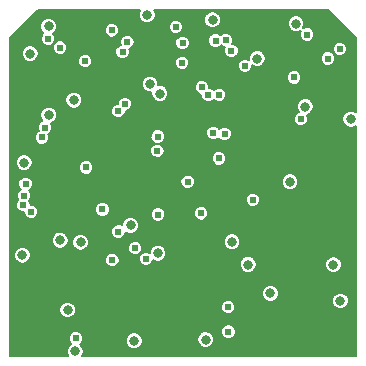
<source format=gbr>
G04 #@! TF.FileFunction,Copper,L2,Inr,Plane*
%FSLAX46Y46*%
G04 Gerber Fmt 4.6, Leading zero omitted, Abs format (unit mm)*
G04 Created by KiCad (PCBNEW (2014-12-04 BZR 5312)-product) date St 22. apríl 2015, 11:14:28 CEST*
%MOMM*%
G01*
G04 APERTURE LIST*
%ADD10C,0.100000*%
%ADD11C,0.609600*%
%ADD12C,0.812800*%
%ADD13C,0.406400*%
%ADD14C,0.203200*%
G04 APERTURE END LIST*
D10*
D11*
X235940600Y-70993000D03*
X214397910Y-67329277D03*
D12*
X220810004Y-67891530D03*
X234247571Y-69491206D03*
D11*
X226872800Y-66751200D03*
D12*
X238480600Y-67868800D03*
X230708200Y-65887600D03*
X218719400Y-71120000D03*
X216392202Y-77800220D03*
X224231200Y-83616800D03*
X225757212Y-73662012D03*
X217680398Y-88087200D03*
X220252495Y-89865197D03*
X219899602Y-87940000D03*
X212344000Y-92964000D03*
X224154379Y-78107739D03*
X212598000Y-72390000D03*
D11*
X229362000Y-78638400D03*
D12*
X237998000Y-89079202D03*
X234152591Y-93980000D03*
X238887000Y-93980000D03*
X233531517Y-87045810D03*
X232091463Y-84644463D03*
X226618800Y-93497400D03*
X238741150Y-76212684D03*
X240030000Y-81762600D03*
X212435440Y-87985600D03*
D11*
X224356779Y-77216019D03*
X232436801Y-81356140D03*
D12*
X217279602Y-72923400D03*
X222389700Y-93291660D03*
D11*
X239801400Y-68581798D03*
D12*
X215163400Y-74193400D03*
X222091472Y-83527693D03*
X224409000Y-85877400D03*
X236093000Y-66446400D03*
X229031800Y-66116200D03*
X223494600Y-65709800D03*
X215143581Y-66679617D03*
X213588600Y-68986400D03*
D11*
X229559133Y-77849866D03*
D12*
X235585000Y-79832200D03*
X240741200Y-74523600D03*
X236880400Y-73456800D03*
X232816400Y-69392800D03*
X230678520Y-84907920D03*
X223732442Y-71546691D03*
X213080600Y-78206600D03*
X212928190Y-86055200D03*
X217406220Y-94183200D03*
X216128600Y-84785200D03*
X216763600Y-90678000D03*
X224566499Y-72359501D03*
X232049309Y-86837509D03*
X239268000Y-86842600D03*
X233934000Y-89281000D03*
X228447600Y-93190060D03*
D11*
X218338400Y-78612970D03*
X230047005Y-75768887D03*
X229108000Y-75692000D03*
X214579200Y-76073000D03*
X221615000Y-73228200D03*
X224385512Y-75996779D03*
X214833200Y-75234800D03*
X221053921Y-73843259D03*
X226923600Y-79832200D03*
X224409000Y-82600800D03*
X217449400Y-93091000D03*
X220497400Y-67005200D03*
X225922612Y-66725800D03*
X226491800Y-68072000D03*
X231775000Y-70002400D03*
X226466400Y-69748380D03*
X230627598Y-68739826D03*
X237032800Y-67360800D03*
X228117400Y-71831200D03*
X228679372Y-72494634D03*
X229590600Y-72466200D03*
X236499400Y-74523600D03*
X221056200Y-84048600D03*
X238785400Y-69392800D03*
X230378000Y-92514422D03*
X230352600Y-90449400D03*
X228066600Y-82499200D03*
X219710000Y-82169010D03*
X213672599Y-82376910D03*
X213013062Y-81811739D03*
X213054418Y-80999990D03*
X213200067Y-79992208D03*
X216121771Y-68471571D03*
X221411800Y-68808600D03*
X221818200Y-67995800D03*
X218236770Y-69621400D03*
X223393000Y-86360000D03*
D12*
X217855796Y-84949906D03*
D11*
X222478600Y-85445600D03*
X220548200Y-86461600D03*
D12*
X239852200Y-89916000D03*
D11*
X215112600Y-67716400D03*
X229285800Y-67868800D03*
X230139792Y-67835504D03*
D13*
X212598000Y-72390000D02*
X212852000Y-72136000D01*
X240030000Y-80264000D02*
X240030000Y-81762600D01*
D14*
G36*
X241166166Y-67677929D02*
X241165585Y-73942060D01*
X241144588Y-73921026D01*
X240883287Y-73812524D01*
X240600354Y-73812277D01*
X240411106Y-73890473D01*
X240411106Y-68461073D01*
X240318495Y-68236938D01*
X240147162Y-68065305D01*
X239923189Y-67972304D01*
X239680675Y-67972092D01*
X239456540Y-68064703D01*
X239284907Y-68236036D01*
X239191906Y-68460009D01*
X239191694Y-68702523D01*
X239284305Y-68926658D01*
X239455638Y-69098291D01*
X239679611Y-69191292D01*
X239922125Y-69191504D01*
X240146260Y-69098893D01*
X240317893Y-68927560D01*
X240410894Y-68703587D01*
X240411106Y-68461073D01*
X240411106Y-73890473D01*
X240338864Y-73920323D01*
X240138626Y-74120212D01*
X240030124Y-74381513D01*
X240029877Y-74664446D01*
X240137923Y-74925936D01*
X240337812Y-75126174D01*
X240599113Y-75234676D01*
X240882046Y-75234923D01*
X241143536Y-75126877D01*
X241165478Y-75104973D01*
X241163673Y-94585200D01*
X240563523Y-94585200D01*
X240563523Y-89775154D01*
X240455477Y-89513664D01*
X240255588Y-89313426D01*
X239994287Y-89204924D01*
X239979323Y-89204910D01*
X239979323Y-86701754D01*
X239871277Y-86440264D01*
X239671388Y-86240026D01*
X239410087Y-86131524D01*
X239395106Y-86131510D01*
X239395106Y-69272075D01*
X239302495Y-69047940D01*
X239131162Y-68876307D01*
X238907189Y-68783306D01*
X238664675Y-68783094D01*
X238440540Y-68875705D01*
X238268907Y-69047038D01*
X238175906Y-69271011D01*
X238175694Y-69513525D01*
X238268305Y-69737660D01*
X238439638Y-69909293D01*
X238663611Y-70002294D01*
X238906125Y-70002506D01*
X239130260Y-69909895D01*
X239301893Y-69738562D01*
X239394894Y-69514589D01*
X239395106Y-69272075D01*
X239395106Y-86131510D01*
X239127154Y-86131277D01*
X238865664Y-86239323D01*
X238665426Y-86439212D01*
X238556924Y-86700513D01*
X238556677Y-86983446D01*
X238664723Y-87244936D01*
X238864612Y-87445174D01*
X239125913Y-87553676D01*
X239408846Y-87553923D01*
X239670336Y-87445877D01*
X239870574Y-87245988D01*
X239979076Y-86984687D01*
X239979323Y-86701754D01*
X239979323Y-89204910D01*
X239711354Y-89204677D01*
X239449864Y-89312723D01*
X239249626Y-89512612D01*
X239141124Y-89773913D01*
X239140877Y-90056846D01*
X239248923Y-90318336D01*
X239448812Y-90518574D01*
X239710113Y-90627076D01*
X239993046Y-90627323D01*
X240254536Y-90519277D01*
X240454774Y-90319388D01*
X240563276Y-90058087D01*
X240563523Y-89775154D01*
X240563523Y-94585200D01*
X237642506Y-94585200D01*
X237642506Y-67240075D01*
X237549895Y-67015940D01*
X237378562Y-66844307D01*
X237154589Y-66751306D01*
X236912075Y-66751094D01*
X236700204Y-66838637D01*
X236804076Y-66588487D01*
X236804323Y-66305554D01*
X236696277Y-66044064D01*
X236496388Y-65843826D01*
X236235087Y-65735324D01*
X235952154Y-65735077D01*
X235690664Y-65843123D01*
X235490426Y-66043012D01*
X235381924Y-66304313D01*
X235381677Y-66587246D01*
X235489723Y-66848736D01*
X235689612Y-67048974D01*
X235950913Y-67157476D01*
X236233846Y-67157723D01*
X236495336Y-67049677D01*
X236506587Y-67038444D01*
X236423306Y-67239011D01*
X236423094Y-67481525D01*
X236515705Y-67705660D01*
X236687038Y-67877293D01*
X236911011Y-67970294D01*
X237153525Y-67970506D01*
X237377660Y-67877895D01*
X237549293Y-67706562D01*
X237642294Y-67482589D01*
X237642506Y-67240075D01*
X237642506Y-94585200D01*
X237591723Y-94585200D01*
X237591723Y-73315954D01*
X237483677Y-73054464D01*
X237283788Y-72854226D01*
X237022487Y-72745724D01*
X236739554Y-72745477D01*
X236550306Y-72823673D01*
X236550306Y-70872275D01*
X236457695Y-70648140D01*
X236286362Y-70476507D01*
X236062389Y-70383506D01*
X235819875Y-70383294D01*
X235595740Y-70475905D01*
X235424107Y-70647238D01*
X235331106Y-70871211D01*
X235330894Y-71113725D01*
X235423505Y-71337860D01*
X235594838Y-71509493D01*
X235818811Y-71602494D01*
X236061325Y-71602706D01*
X236285460Y-71510095D01*
X236457093Y-71338762D01*
X236550094Y-71114789D01*
X236550306Y-70872275D01*
X236550306Y-72823673D01*
X236478064Y-72853523D01*
X236277826Y-73053412D01*
X236169324Y-73314713D01*
X236169077Y-73597646D01*
X236277123Y-73859136D01*
X236345478Y-73927610D01*
X236154540Y-74006505D01*
X235982907Y-74177838D01*
X235889906Y-74401811D01*
X235889694Y-74644325D01*
X235982305Y-74868460D01*
X236153638Y-75040093D01*
X236377611Y-75133094D01*
X236620125Y-75133306D01*
X236844260Y-75040695D01*
X237015893Y-74869362D01*
X237108894Y-74645389D01*
X237109106Y-74402875D01*
X237016495Y-74178740D01*
X237005883Y-74168109D01*
X237021246Y-74168123D01*
X237282736Y-74060077D01*
X237482974Y-73860188D01*
X237591476Y-73598887D01*
X237591723Y-73315954D01*
X237591723Y-94585200D01*
X236296323Y-94585200D01*
X236296323Y-79691354D01*
X236188277Y-79429864D01*
X235988388Y-79229626D01*
X235727087Y-79121124D01*
X235444154Y-79120877D01*
X235182664Y-79228923D01*
X234982426Y-79428812D01*
X234873924Y-79690113D01*
X234873677Y-79973046D01*
X234981723Y-80234536D01*
X235181612Y-80434774D01*
X235442913Y-80543276D01*
X235725846Y-80543523D01*
X235987336Y-80435477D01*
X236187574Y-80235588D01*
X236296076Y-79974287D01*
X236296323Y-79691354D01*
X236296323Y-94585200D01*
X234645323Y-94585200D01*
X234645323Y-89140154D01*
X234537277Y-88878664D01*
X234337388Y-88678426D01*
X234076087Y-88569924D01*
X233793154Y-88569677D01*
X233531664Y-88677723D01*
X233527723Y-88681657D01*
X233527723Y-69251954D01*
X233419677Y-68990464D01*
X233219788Y-68790226D01*
X232958487Y-68681724D01*
X232675554Y-68681477D01*
X232414064Y-68789523D01*
X232213826Y-68989412D01*
X232105324Y-69250713D01*
X232105124Y-69479413D01*
X231896789Y-69392906D01*
X231654275Y-69392694D01*
X231430140Y-69485305D01*
X231258507Y-69656638D01*
X231237304Y-69707700D01*
X231237304Y-68619101D01*
X231144693Y-68394966D01*
X230973360Y-68223333D01*
X230749387Y-68130332D01*
X230677460Y-68130269D01*
X230749286Y-67957293D01*
X230749498Y-67714779D01*
X230656887Y-67490644D01*
X230485554Y-67319011D01*
X230261581Y-67226010D01*
X230019067Y-67225798D01*
X229794932Y-67318409D01*
X229743123Y-67370127D01*
X229743123Y-65975354D01*
X229635077Y-65713864D01*
X229435188Y-65513626D01*
X229173887Y-65405124D01*
X228890954Y-65404877D01*
X228629464Y-65512923D01*
X228429226Y-65712812D01*
X228320724Y-65974113D01*
X228320477Y-66257046D01*
X228428523Y-66518536D01*
X228628412Y-66718774D01*
X228889713Y-66827276D01*
X229172646Y-66827523D01*
X229434136Y-66719477D01*
X229634374Y-66519588D01*
X229742876Y-66258287D01*
X229743123Y-65975354D01*
X229743123Y-67370127D01*
X229696155Y-67417013D01*
X229631562Y-67352307D01*
X229407589Y-67259306D01*
X229165075Y-67259094D01*
X228940940Y-67351705D01*
X228769307Y-67523038D01*
X228676306Y-67747011D01*
X228676094Y-67989525D01*
X228768705Y-68213660D01*
X228940038Y-68385293D01*
X229164011Y-68478294D01*
X229406525Y-68478506D01*
X229630660Y-68385895D01*
X229729436Y-68287290D01*
X229794030Y-68351997D01*
X230018003Y-68444998D01*
X230089929Y-68445060D01*
X230018104Y-68618037D01*
X230017892Y-68860551D01*
X230110503Y-69084686D01*
X230281836Y-69256319D01*
X230505809Y-69349320D01*
X230748323Y-69349532D01*
X230972458Y-69256921D01*
X231144091Y-69085588D01*
X231237092Y-68861615D01*
X231237304Y-68619101D01*
X231237304Y-69707700D01*
X231165506Y-69880611D01*
X231165294Y-70123125D01*
X231257905Y-70347260D01*
X231429238Y-70518893D01*
X231653211Y-70611894D01*
X231895725Y-70612106D01*
X232119860Y-70519495D01*
X232291493Y-70348162D01*
X232384494Y-70124189D01*
X232384631Y-69966943D01*
X232413012Y-69995374D01*
X232674313Y-70103876D01*
X232957246Y-70104123D01*
X233218736Y-69996077D01*
X233418974Y-69796188D01*
X233527476Y-69534887D01*
X233527723Y-69251954D01*
X233527723Y-88681657D01*
X233331426Y-88877612D01*
X233222924Y-89138913D01*
X233222677Y-89421846D01*
X233330723Y-89683336D01*
X233530612Y-89883574D01*
X233791913Y-89992076D01*
X234074846Y-89992323D01*
X234336336Y-89884277D01*
X234536574Y-89684388D01*
X234645076Y-89423087D01*
X234645323Y-89140154D01*
X234645323Y-94585200D01*
X233046507Y-94585200D01*
X233046507Y-81235415D01*
X232953896Y-81011280D01*
X232782563Y-80839647D01*
X232558590Y-80746646D01*
X232316076Y-80746434D01*
X232091941Y-80839045D01*
X231920308Y-81010378D01*
X231827307Y-81234351D01*
X231827095Y-81476865D01*
X231919706Y-81701000D01*
X232091039Y-81872633D01*
X232315012Y-81965634D01*
X232557526Y-81965846D01*
X232781661Y-81873235D01*
X232953294Y-81701902D01*
X233046295Y-81477929D01*
X233046507Y-81235415D01*
X233046507Y-94585200D01*
X232760632Y-94585200D01*
X232760632Y-86696663D01*
X232652586Y-86435173D01*
X232452697Y-86234935D01*
X232191396Y-86126433D01*
X231908463Y-86126186D01*
X231646973Y-86234232D01*
X231446735Y-86434121D01*
X231389843Y-86571131D01*
X231389843Y-84767074D01*
X231281797Y-84505584D01*
X231081908Y-84305346D01*
X230820607Y-84196844D01*
X230656711Y-84196700D01*
X230656711Y-75648162D01*
X230564100Y-75424027D01*
X230392767Y-75252394D01*
X230200306Y-75172477D01*
X230200306Y-72345475D01*
X230107695Y-72121340D01*
X229936362Y-71949707D01*
X229712389Y-71856706D01*
X229469875Y-71856494D01*
X229245740Y-71949105D01*
X229120726Y-72073900D01*
X229025134Y-71978141D01*
X228801161Y-71885140D01*
X228726953Y-71885075D01*
X228727106Y-71710475D01*
X228634495Y-71486340D01*
X228463162Y-71314707D01*
X228239189Y-71221706D01*
X227996675Y-71221494D01*
X227772540Y-71314105D01*
X227600907Y-71485438D01*
X227507906Y-71709411D01*
X227507694Y-71951925D01*
X227600305Y-72176060D01*
X227771638Y-72347693D01*
X227995611Y-72440694D01*
X228069818Y-72440758D01*
X228069666Y-72615359D01*
X228162277Y-72839494D01*
X228333610Y-73011127D01*
X228557583Y-73104128D01*
X228800097Y-73104340D01*
X229024232Y-73011729D01*
X229149245Y-72886933D01*
X229244838Y-72982693D01*
X229468811Y-73075694D01*
X229711325Y-73075906D01*
X229935460Y-72983295D01*
X230107093Y-72811962D01*
X230200094Y-72587989D01*
X230200306Y-72345475D01*
X230200306Y-75172477D01*
X230168794Y-75159393D01*
X229926280Y-75159181D01*
X229702145Y-75251792D01*
X229615878Y-75337907D01*
X229453762Y-75175507D01*
X229229789Y-75082506D01*
X228987275Y-75082294D01*
X228763140Y-75174905D01*
X228591507Y-75346238D01*
X228498506Y-75570211D01*
X228498294Y-75812725D01*
X228590905Y-76036860D01*
X228762238Y-76208493D01*
X228986211Y-76301494D01*
X229228725Y-76301706D01*
X229452860Y-76209095D01*
X229539126Y-76122979D01*
X229701243Y-76285380D01*
X229925216Y-76378381D01*
X230167730Y-76378593D01*
X230391865Y-76285982D01*
X230563498Y-76114649D01*
X230656499Y-75890676D01*
X230656711Y-75648162D01*
X230656711Y-84196700D01*
X230537674Y-84196597D01*
X230276184Y-84304643D01*
X230168839Y-84411800D01*
X230168839Y-77729141D01*
X230076228Y-77505006D01*
X229904895Y-77333373D01*
X229680922Y-77240372D01*
X229438408Y-77240160D01*
X229214273Y-77332771D01*
X229042640Y-77504104D01*
X228949639Y-77728077D01*
X228949427Y-77970591D01*
X229042038Y-78194726D01*
X229213371Y-78366359D01*
X229437344Y-78459360D01*
X229679858Y-78459572D01*
X229903993Y-78366961D01*
X230075626Y-78195628D01*
X230168627Y-77971655D01*
X230168839Y-77729141D01*
X230168839Y-84411800D01*
X230075946Y-84504532D01*
X229967444Y-84765833D01*
X229967197Y-85048766D01*
X230075243Y-85310256D01*
X230275132Y-85510494D01*
X230536433Y-85618996D01*
X230819366Y-85619243D01*
X231080856Y-85511197D01*
X231281094Y-85311308D01*
X231389596Y-85050007D01*
X231389843Y-84767074D01*
X231389843Y-86571131D01*
X231338233Y-86695422D01*
X231337986Y-86978355D01*
X231446032Y-87239845D01*
X231645921Y-87440083D01*
X231907222Y-87548585D01*
X232190155Y-87548832D01*
X232451645Y-87440786D01*
X232651883Y-87240897D01*
X232760385Y-86979596D01*
X232760632Y-86696663D01*
X232760632Y-94585200D01*
X230987706Y-94585200D01*
X230987706Y-92393697D01*
X230962306Y-92332224D01*
X230962306Y-90328675D01*
X230869695Y-90104540D01*
X230698362Y-89932907D01*
X230474389Y-89839906D01*
X230231875Y-89839694D01*
X230007740Y-89932305D01*
X229836107Y-90103638D01*
X229743106Y-90327611D01*
X229742894Y-90570125D01*
X229835505Y-90794260D01*
X230006838Y-90965893D01*
X230230811Y-91058894D01*
X230473325Y-91059106D01*
X230697460Y-90966495D01*
X230869093Y-90795162D01*
X230962094Y-90571189D01*
X230962306Y-90328675D01*
X230962306Y-92332224D01*
X230895095Y-92169562D01*
X230723762Y-91997929D01*
X230499789Y-91904928D01*
X230257275Y-91904716D01*
X230033140Y-91997327D01*
X229861507Y-92168660D01*
X229768506Y-92392633D01*
X229768294Y-92635147D01*
X229860905Y-92859282D01*
X230032238Y-93030915D01*
X230256211Y-93123916D01*
X230498725Y-93124128D01*
X230722860Y-93031517D01*
X230894493Y-92860184D01*
X230987494Y-92636211D01*
X230987706Y-92393697D01*
X230987706Y-94585200D01*
X229158923Y-94585200D01*
X229158923Y-93049214D01*
X229050877Y-92787724D01*
X228850988Y-92587486D01*
X228676306Y-92514951D01*
X228676306Y-82378475D01*
X228583695Y-82154340D01*
X228412362Y-81982707D01*
X228188389Y-81889706D01*
X227945875Y-81889494D01*
X227721740Y-81982105D01*
X227550107Y-82153438D01*
X227533306Y-82193899D01*
X227533306Y-79711475D01*
X227440695Y-79487340D01*
X227269362Y-79315707D01*
X227101506Y-79246007D01*
X227101506Y-67951275D01*
X227008895Y-67727140D01*
X226837562Y-67555507D01*
X226613589Y-67462506D01*
X226532318Y-67462434D01*
X226532318Y-66605075D01*
X226439707Y-66380940D01*
X226268374Y-66209307D01*
X226044401Y-66116306D01*
X225801887Y-66116094D01*
X225577752Y-66208705D01*
X225406119Y-66380038D01*
X225313118Y-66604011D01*
X225312906Y-66846525D01*
X225405517Y-67070660D01*
X225576850Y-67242293D01*
X225800823Y-67335294D01*
X226043337Y-67335506D01*
X226267472Y-67242895D01*
X226439105Y-67071562D01*
X226532106Y-66847589D01*
X226532318Y-66605075D01*
X226532318Y-67462434D01*
X226371075Y-67462294D01*
X226146940Y-67554905D01*
X225975307Y-67726238D01*
X225882306Y-67950211D01*
X225882094Y-68192725D01*
X225974705Y-68416860D01*
X226146038Y-68588493D01*
X226370011Y-68681494D01*
X226612525Y-68681706D01*
X226836660Y-68589095D01*
X227008293Y-68417762D01*
X227101294Y-68193789D01*
X227101506Y-67951275D01*
X227101506Y-79246007D01*
X227076106Y-79235460D01*
X227076106Y-69627655D01*
X226983495Y-69403520D01*
X226812162Y-69231887D01*
X226588189Y-69138886D01*
X226345675Y-69138674D01*
X226121540Y-69231285D01*
X225949907Y-69402618D01*
X225856906Y-69626591D01*
X225856694Y-69869105D01*
X225949305Y-70093240D01*
X226120638Y-70264873D01*
X226344611Y-70357874D01*
X226587125Y-70358086D01*
X226811260Y-70265475D01*
X226982893Y-70094142D01*
X227075894Y-69870169D01*
X227076106Y-69627655D01*
X227076106Y-79235460D01*
X227045389Y-79222706D01*
X226802875Y-79222494D01*
X226578740Y-79315105D01*
X226407107Y-79486438D01*
X226314106Y-79710411D01*
X226313894Y-79952925D01*
X226406505Y-80177060D01*
X226577838Y-80348693D01*
X226801811Y-80441694D01*
X227044325Y-80441906D01*
X227268460Y-80349295D01*
X227440093Y-80177962D01*
X227533094Y-79953989D01*
X227533306Y-79711475D01*
X227533306Y-82193899D01*
X227457106Y-82377411D01*
X227456894Y-82619925D01*
X227549505Y-82844060D01*
X227720838Y-83015693D01*
X227944811Y-83108694D01*
X228187325Y-83108906D01*
X228411460Y-83016295D01*
X228583093Y-82844962D01*
X228676094Y-82620989D01*
X228676306Y-82378475D01*
X228676306Y-92514951D01*
X228589687Y-92478984D01*
X228306754Y-92478737D01*
X228045264Y-92586783D01*
X227845026Y-92786672D01*
X227736524Y-93047973D01*
X227736277Y-93330906D01*
X227844323Y-93592396D01*
X228044212Y-93792634D01*
X228305513Y-93901136D01*
X228588446Y-93901383D01*
X228849936Y-93793337D01*
X229050174Y-93593448D01*
X229158676Y-93332147D01*
X229158923Y-93049214D01*
X229158923Y-94585200D01*
X225277822Y-94585200D01*
X225277822Y-72218655D01*
X225169776Y-71957165D01*
X224969887Y-71756927D01*
X224708586Y-71648425D01*
X224443553Y-71648193D01*
X224443765Y-71405845D01*
X224335719Y-71144355D01*
X224135830Y-70944117D01*
X223874529Y-70835615D01*
X223591596Y-70835368D01*
X223330106Y-70943414D01*
X223129868Y-71143303D01*
X223021366Y-71404604D01*
X223021119Y-71687537D01*
X223129165Y-71949027D01*
X223329054Y-72149265D01*
X223590355Y-72257767D01*
X223855387Y-72257998D01*
X223855176Y-72500347D01*
X223963222Y-72761837D01*
X224163111Y-72962075D01*
X224424412Y-73070577D01*
X224707345Y-73070824D01*
X224968835Y-72962778D01*
X225169073Y-72762889D01*
X225277575Y-72501588D01*
X225277822Y-72218655D01*
X225277822Y-94585200D01*
X225120323Y-94585200D01*
X225120323Y-85736554D01*
X225018706Y-85490623D01*
X225018706Y-82480075D01*
X224995218Y-82423229D01*
X224995218Y-75876054D01*
X224902607Y-75651919D01*
X224731274Y-75480286D01*
X224507301Y-75387285D01*
X224264787Y-75387073D01*
X224040652Y-75479684D01*
X223869019Y-75651017D01*
X223776018Y-75874990D01*
X223775806Y-76117504D01*
X223868417Y-76341639D01*
X224039750Y-76513272D01*
X224263723Y-76606273D01*
X224506237Y-76606485D01*
X224730372Y-76513874D01*
X224902005Y-76342541D01*
X224995006Y-76118568D01*
X224995218Y-75876054D01*
X224995218Y-82423229D01*
X224966485Y-82353690D01*
X224966485Y-77095294D01*
X224873874Y-76871159D01*
X224702541Y-76699526D01*
X224478568Y-76606525D01*
X224236054Y-76606313D01*
X224011919Y-76698924D01*
X223840286Y-76870257D01*
X223747285Y-77094230D01*
X223747073Y-77336744D01*
X223839684Y-77560879D01*
X224011017Y-77732512D01*
X224234990Y-77825513D01*
X224477504Y-77825725D01*
X224701639Y-77733114D01*
X224873272Y-77561781D01*
X224966273Y-77337808D01*
X224966485Y-77095294D01*
X224966485Y-82353690D01*
X224926095Y-82255940D01*
X224754762Y-82084307D01*
X224530789Y-81991306D01*
X224288275Y-81991094D01*
X224064140Y-82083705D01*
X223892507Y-82255038D01*
X223799506Y-82479011D01*
X223799294Y-82721525D01*
X223891905Y-82945660D01*
X224063238Y-83117293D01*
X224287211Y-83210294D01*
X224529725Y-83210506D01*
X224753860Y-83117895D01*
X224925493Y-82946562D01*
X225018494Y-82722589D01*
X225018706Y-82480075D01*
X225018706Y-85490623D01*
X225012277Y-85475064D01*
X224812388Y-85274826D01*
X224551087Y-85166324D01*
X224268154Y-85166077D01*
X224006664Y-85274123D01*
X223806426Y-85474012D01*
X223697924Y-85735313D01*
X223697844Y-85826516D01*
X223514789Y-85750506D01*
X223272275Y-85750294D01*
X223088306Y-85826308D01*
X223088306Y-85324875D01*
X222995695Y-85100740D01*
X222824362Y-84929107D01*
X222802795Y-84920151D01*
X222802795Y-83386847D01*
X222694749Y-83125357D01*
X222494860Y-82925119D01*
X222427906Y-82897317D01*
X222427906Y-67875075D01*
X222335295Y-67650940D01*
X222163962Y-67479307D01*
X221939989Y-67386306D01*
X221697475Y-67386094D01*
X221473340Y-67478705D01*
X221301707Y-67650038D01*
X221208706Y-67874011D01*
X221208494Y-68116525D01*
X221249607Y-68216027D01*
X221107106Y-68274908D01*
X221107106Y-66884475D01*
X221014495Y-66660340D01*
X220843162Y-66488707D01*
X220619189Y-66395706D01*
X220376675Y-66395494D01*
X220152540Y-66488105D01*
X219980907Y-66659438D01*
X219887906Y-66883411D01*
X219887694Y-67125925D01*
X219980305Y-67350060D01*
X220151638Y-67521693D01*
X220375611Y-67614694D01*
X220618125Y-67614906D01*
X220842260Y-67522295D01*
X221013893Y-67350962D01*
X221106894Y-67126989D01*
X221107106Y-66884475D01*
X221107106Y-68274908D01*
X221066940Y-68291505D01*
X220895307Y-68462838D01*
X220802306Y-68686811D01*
X220802094Y-68929325D01*
X220894705Y-69153460D01*
X221066038Y-69325093D01*
X221290011Y-69418094D01*
X221532525Y-69418306D01*
X221756660Y-69325695D01*
X221928293Y-69154362D01*
X222021294Y-68930389D01*
X222021506Y-68687875D01*
X221980392Y-68588372D01*
X222163060Y-68512895D01*
X222334693Y-68341562D01*
X222427694Y-68117589D01*
X222427906Y-67875075D01*
X222427906Y-82897317D01*
X222233559Y-82816617D01*
X222224706Y-82816609D01*
X222224706Y-73107475D01*
X222132095Y-72883340D01*
X221960762Y-72711707D01*
X221736789Y-72618706D01*
X221494275Y-72618494D01*
X221270140Y-72711105D01*
X221098507Y-72882438D01*
X221005506Y-73106411D01*
X221005394Y-73233616D01*
X220933196Y-73233553D01*
X220709061Y-73326164D01*
X220537428Y-73497497D01*
X220444427Y-73721470D01*
X220444215Y-73963984D01*
X220536826Y-74188119D01*
X220708159Y-74359752D01*
X220932132Y-74452753D01*
X221174646Y-74452965D01*
X221398781Y-74360354D01*
X221570414Y-74189021D01*
X221663415Y-73965048D01*
X221663526Y-73837842D01*
X221735725Y-73837906D01*
X221959860Y-73745295D01*
X222131493Y-73573962D01*
X222224494Y-73349989D01*
X222224706Y-73107475D01*
X222224706Y-82816609D01*
X221950626Y-82816370D01*
X221689136Y-82924416D01*
X221488898Y-83124305D01*
X221380396Y-83385606D01*
X221380275Y-83523102D01*
X221177989Y-83439106D01*
X220935475Y-83438894D01*
X220711340Y-83531505D01*
X220539707Y-83702838D01*
X220446706Y-83926811D01*
X220446494Y-84169325D01*
X220539105Y-84393460D01*
X220710438Y-84565093D01*
X220934411Y-84658094D01*
X221176925Y-84658306D01*
X221401060Y-84565695D01*
X221572693Y-84394362D01*
X221665694Y-84170389D01*
X221665748Y-84107892D01*
X221688084Y-84130267D01*
X221949385Y-84238769D01*
X222232318Y-84239016D01*
X222493808Y-84130970D01*
X222694046Y-83931081D01*
X222802548Y-83669780D01*
X222802795Y-83386847D01*
X222802795Y-84920151D01*
X222600389Y-84836106D01*
X222357875Y-84835894D01*
X222133740Y-84928505D01*
X221962107Y-85099838D01*
X221869106Y-85323811D01*
X221868894Y-85566325D01*
X221961505Y-85790460D01*
X222132838Y-85962093D01*
X222356811Y-86055094D01*
X222599325Y-86055306D01*
X222823460Y-85962695D01*
X222995093Y-85791362D01*
X223088094Y-85567389D01*
X223088306Y-85324875D01*
X223088306Y-85826308D01*
X223048140Y-85842905D01*
X222876507Y-86014238D01*
X222783506Y-86238211D01*
X222783294Y-86480725D01*
X222875905Y-86704860D01*
X223047238Y-86876493D01*
X223271211Y-86969494D01*
X223513725Y-86969706D01*
X223737860Y-86877095D01*
X223909493Y-86705762D01*
X224002494Y-86481789D01*
X224002498Y-86476854D01*
X224005612Y-86479974D01*
X224266913Y-86588476D01*
X224549846Y-86588723D01*
X224811336Y-86480677D01*
X225011574Y-86280788D01*
X225120076Y-86019487D01*
X225120323Y-85736554D01*
X225120323Y-94585200D01*
X223101023Y-94585200D01*
X223101023Y-93150814D01*
X222992977Y-92889324D01*
X222793088Y-92689086D01*
X222531787Y-92580584D01*
X222248854Y-92580337D01*
X221987364Y-92688383D01*
X221787126Y-92888272D01*
X221678624Y-93149573D01*
X221678377Y-93432506D01*
X221786423Y-93693996D01*
X221986312Y-93894234D01*
X222247613Y-94002736D01*
X222530546Y-94002983D01*
X222792036Y-93894937D01*
X222992274Y-93695048D01*
X223100776Y-93433747D01*
X223101023Y-93150814D01*
X223101023Y-94585200D01*
X221157906Y-94585200D01*
X221157906Y-86340875D01*
X221065295Y-86116740D01*
X220893962Y-85945107D01*
X220669989Y-85852106D01*
X220427475Y-85851894D01*
X220319706Y-85896423D01*
X220319706Y-82048285D01*
X220227095Y-81824150D01*
X220055762Y-81652517D01*
X219831789Y-81559516D01*
X219589275Y-81559304D01*
X219365140Y-81651915D01*
X219193507Y-81823248D01*
X219100506Y-82047221D01*
X219100294Y-82289735D01*
X219192905Y-82513870D01*
X219364238Y-82685503D01*
X219588211Y-82778504D01*
X219830725Y-82778716D01*
X220054860Y-82686105D01*
X220226493Y-82514772D01*
X220319494Y-82290799D01*
X220319706Y-82048285D01*
X220319706Y-85896423D01*
X220203340Y-85944505D01*
X220031707Y-86115838D01*
X219938706Y-86339811D01*
X219938494Y-86582325D01*
X220031105Y-86806460D01*
X220202438Y-86978093D01*
X220426411Y-87071094D01*
X220668925Y-87071306D01*
X220893060Y-86978695D01*
X221064693Y-86807362D01*
X221157694Y-86583389D01*
X221157906Y-86340875D01*
X221157906Y-94585200D01*
X218948106Y-94585200D01*
X218948106Y-78492245D01*
X218855495Y-78268110D01*
X218846476Y-78259075D01*
X218846476Y-69500675D01*
X218753865Y-69276540D01*
X218582532Y-69104907D01*
X218358559Y-69011906D01*
X218116045Y-69011694D01*
X217891910Y-69104305D01*
X217720277Y-69275638D01*
X217627276Y-69499611D01*
X217627064Y-69742125D01*
X217719675Y-69966260D01*
X217891008Y-70137893D01*
X218114981Y-70230894D01*
X218357495Y-70231106D01*
X218581630Y-70138495D01*
X218753263Y-69967162D01*
X218846264Y-69743189D01*
X218846476Y-69500675D01*
X218846476Y-78259075D01*
X218684162Y-78096477D01*
X218460189Y-78003476D01*
X218217675Y-78003264D01*
X217993540Y-78095875D01*
X217990925Y-78098485D01*
X217990925Y-72782554D01*
X217882879Y-72521064D01*
X217682990Y-72320826D01*
X217421689Y-72212324D01*
X217138756Y-72212077D01*
X216877266Y-72320123D01*
X216731477Y-72465657D01*
X216731477Y-68350846D01*
X216638866Y-68126711D01*
X216467533Y-67955078D01*
X216243560Y-67862077D01*
X216001046Y-67861865D01*
X215854904Y-67922249D01*
X215854904Y-66538771D01*
X215746858Y-66277281D01*
X215546969Y-66077043D01*
X215285668Y-65968541D01*
X215002735Y-65968294D01*
X214741245Y-66076340D01*
X214541007Y-66276229D01*
X214432505Y-66537530D01*
X214432258Y-66820463D01*
X214540304Y-67081953D01*
X214712499Y-67254449D01*
X214596107Y-67370638D01*
X214503106Y-67594611D01*
X214502894Y-67837125D01*
X214595505Y-68061260D01*
X214766838Y-68232893D01*
X214990811Y-68325894D01*
X215233325Y-68326106D01*
X215457460Y-68233495D01*
X215629093Y-68062162D01*
X215722094Y-67838189D01*
X215722306Y-67595675D01*
X215629695Y-67371540D01*
X215542580Y-67284272D01*
X215545917Y-67282894D01*
X215746155Y-67083005D01*
X215854657Y-66821704D01*
X215854904Y-66538771D01*
X215854904Y-67922249D01*
X215776911Y-67954476D01*
X215605278Y-68125809D01*
X215512277Y-68349782D01*
X215512065Y-68592296D01*
X215604676Y-68816431D01*
X215776009Y-68988064D01*
X215999982Y-69081065D01*
X216242496Y-69081277D01*
X216466631Y-68988666D01*
X216638264Y-68817333D01*
X216731265Y-68593360D01*
X216731477Y-68350846D01*
X216731477Y-72465657D01*
X216677028Y-72520012D01*
X216568526Y-72781313D01*
X216568279Y-73064246D01*
X216676325Y-73325736D01*
X216876214Y-73525974D01*
X217137515Y-73634476D01*
X217420448Y-73634723D01*
X217681938Y-73526677D01*
X217882176Y-73326788D01*
X217990678Y-73065487D01*
X217990925Y-72782554D01*
X217990925Y-78098485D01*
X217821907Y-78267208D01*
X217728906Y-78491181D01*
X217728694Y-78733695D01*
X217821305Y-78957830D01*
X217992638Y-79129463D01*
X218216611Y-79222464D01*
X218459125Y-79222676D01*
X218683260Y-79130065D01*
X218854893Y-78958732D01*
X218947894Y-78734759D01*
X218948106Y-78492245D01*
X218948106Y-94585200D01*
X218567119Y-94585200D01*
X218567119Y-84809060D01*
X218459073Y-84547570D01*
X218259184Y-84347332D01*
X217997883Y-84238830D01*
X217714950Y-84238583D01*
X217453460Y-84346629D01*
X217253222Y-84546518D01*
X217144720Y-84807819D01*
X217144473Y-85090752D01*
X217252519Y-85352242D01*
X217452408Y-85552480D01*
X217713709Y-85660982D01*
X217996642Y-85661229D01*
X218258132Y-85553183D01*
X218458370Y-85353294D01*
X218566872Y-85091993D01*
X218567119Y-84809060D01*
X218567119Y-94585200D01*
X218009370Y-94585200D01*
X218117296Y-94325287D01*
X218117543Y-94042354D01*
X218009497Y-93780864D01*
X217815681Y-93586710D01*
X217965893Y-93436762D01*
X218058894Y-93212789D01*
X218059106Y-92970275D01*
X217966495Y-92746140D01*
X217795162Y-92574507D01*
X217571189Y-92481506D01*
X217474923Y-92481421D01*
X217474923Y-90537154D01*
X217366877Y-90275664D01*
X217166988Y-90075426D01*
X216905687Y-89966924D01*
X216839923Y-89966866D01*
X216839923Y-84644354D01*
X216731877Y-84382864D01*
X216531988Y-84182626D01*
X216270687Y-84074124D01*
X215987754Y-84073877D01*
X215874723Y-84120580D01*
X215874723Y-74052554D01*
X215766677Y-73791064D01*
X215566788Y-73590826D01*
X215305487Y-73482324D01*
X215022554Y-73482077D01*
X214761064Y-73590123D01*
X214560826Y-73790012D01*
X214452324Y-74051313D01*
X214452077Y-74334246D01*
X214560123Y-74595736D01*
X214625361Y-74661088D01*
X214488340Y-74717705D01*
X214316707Y-74889038D01*
X214299923Y-74929458D01*
X214299923Y-68845554D01*
X214191877Y-68584064D01*
X213991988Y-68383826D01*
X213730687Y-68275324D01*
X213447754Y-68275077D01*
X213186264Y-68383123D01*
X212986026Y-68583012D01*
X212877524Y-68844313D01*
X212877277Y-69127246D01*
X212985323Y-69388736D01*
X213185212Y-69588974D01*
X213446513Y-69697476D01*
X213729446Y-69697723D01*
X213990936Y-69589677D01*
X214191174Y-69389788D01*
X214299676Y-69128487D01*
X214299923Y-68845554D01*
X214299923Y-74929458D01*
X214223706Y-75113011D01*
X214223494Y-75355525D01*
X214295797Y-75530511D01*
X214234340Y-75555905D01*
X214062707Y-75727238D01*
X213969706Y-75951211D01*
X213969494Y-76193725D01*
X214062105Y-76417860D01*
X214233438Y-76589493D01*
X214457411Y-76682494D01*
X214699925Y-76682706D01*
X214924060Y-76590095D01*
X215095693Y-76418762D01*
X215188694Y-76194789D01*
X215188906Y-75952275D01*
X215116602Y-75777288D01*
X215178060Y-75751895D01*
X215349693Y-75580562D01*
X215442694Y-75356589D01*
X215442906Y-75114075D01*
X215350295Y-74889940D01*
X215347295Y-74886935D01*
X215565736Y-74796677D01*
X215765974Y-74596788D01*
X215874476Y-74335487D01*
X215874723Y-74052554D01*
X215874723Y-84120580D01*
X215726264Y-84181923D01*
X215526026Y-84381812D01*
X215417524Y-84643113D01*
X215417277Y-84926046D01*
X215525323Y-85187536D01*
X215725212Y-85387774D01*
X215986513Y-85496276D01*
X216269446Y-85496523D01*
X216530936Y-85388477D01*
X216731174Y-85188588D01*
X216839676Y-84927287D01*
X216839923Y-84644354D01*
X216839923Y-89966866D01*
X216622754Y-89966677D01*
X216361264Y-90074723D01*
X216161026Y-90274612D01*
X216052524Y-90535913D01*
X216052277Y-90818846D01*
X216160323Y-91080336D01*
X216360212Y-91280574D01*
X216621513Y-91389076D01*
X216904446Y-91389323D01*
X217165936Y-91281277D01*
X217366174Y-91081388D01*
X217474676Y-90820087D01*
X217474923Y-90537154D01*
X217474923Y-92481421D01*
X217328675Y-92481294D01*
X217104540Y-92573905D01*
X216932907Y-92745238D01*
X216839906Y-92969211D01*
X216839694Y-93211725D01*
X216932305Y-93435860D01*
X217055022Y-93558792D01*
X217003884Y-93579923D01*
X216803646Y-93779812D01*
X216695144Y-94041113D01*
X216694897Y-94324046D01*
X216802804Y-94585200D01*
X214282305Y-94585200D01*
X214282305Y-82256185D01*
X214189694Y-82032050D01*
X214018361Y-81860417D01*
X213794388Y-81767416D01*
X213622701Y-81767265D01*
X213622768Y-81691014D01*
X213530157Y-81466879D01*
X213489934Y-81426586D01*
X213570911Y-81345752D01*
X213663912Y-81121779D01*
X213664124Y-80879265D01*
X213571513Y-80655130D01*
X213460687Y-80544110D01*
X213544927Y-80509303D01*
X213716560Y-80337970D01*
X213809561Y-80113997D01*
X213809773Y-79871483D01*
X213791923Y-79828282D01*
X213791923Y-78065754D01*
X213683877Y-77804264D01*
X213483988Y-77604026D01*
X213222687Y-77495524D01*
X212939754Y-77495277D01*
X212678264Y-77603323D01*
X212478026Y-77803212D01*
X212369524Y-78064513D01*
X212369277Y-78347446D01*
X212477323Y-78608936D01*
X212677212Y-78809174D01*
X212938513Y-78917676D01*
X213221446Y-78917923D01*
X213482936Y-78809877D01*
X213683174Y-78609988D01*
X213791676Y-78348687D01*
X213791923Y-78065754D01*
X213791923Y-79828282D01*
X213717162Y-79647348D01*
X213545829Y-79475715D01*
X213321856Y-79382714D01*
X213079342Y-79382502D01*
X212855207Y-79475113D01*
X212683574Y-79646446D01*
X212590573Y-79870419D01*
X212590361Y-80112933D01*
X212682972Y-80337068D01*
X212793797Y-80448087D01*
X212709558Y-80482895D01*
X212537925Y-80654228D01*
X212444924Y-80878201D01*
X212444712Y-81120715D01*
X212537323Y-81344850D01*
X212577545Y-81385142D01*
X212496569Y-81465977D01*
X212403568Y-81689950D01*
X212403356Y-81932464D01*
X212495967Y-82156599D01*
X212667300Y-82328232D01*
X212891273Y-82421233D01*
X213062959Y-82421383D01*
X213062893Y-82497635D01*
X213155504Y-82721770D01*
X213326837Y-82893403D01*
X213550810Y-82986404D01*
X213793324Y-82986616D01*
X214017459Y-82894005D01*
X214189092Y-82722672D01*
X214282093Y-82498699D01*
X214282305Y-82256185D01*
X214282305Y-94585200D01*
X213639513Y-94585200D01*
X213639513Y-85914354D01*
X213531467Y-85652864D01*
X213331578Y-85452626D01*
X213070277Y-85344124D01*
X212787344Y-85343877D01*
X212525854Y-85451923D01*
X212325616Y-85651812D01*
X212217114Y-85913113D01*
X212216867Y-86196046D01*
X212324913Y-86457536D01*
X212524802Y-86657774D01*
X212786103Y-86766276D01*
X213069036Y-86766523D01*
X213330526Y-86658477D01*
X213530764Y-86458588D01*
X213639266Y-86197287D01*
X213639513Y-85914354D01*
X213639513Y-94585200D01*
X211875807Y-94585200D01*
X211873315Y-67672846D01*
X214253705Y-65292457D01*
X222905120Y-65293340D01*
X222892026Y-65306412D01*
X222783524Y-65567713D01*
X222783277Y-65850646D01*
X222891323Y-66112136D01*
X223091212Y-66312374D01*
X223352513Y-66420876D01*
X223635446Y-66421123D01*
X223896936Y-66313077D01*
X224097174Y-66113188D01*
X224205676Y-65851887D01*
X224205923Y-65568954D01*
X224097877Y-65307464D01*
X224083898Y-65293460D01*
X238783199Y-65294961D01*
X241166166Y-67677929D01*
X241166166Y-67677929D01*
G37*
X241166166Y-67677929D02*
X241165585Y-73942060D01*
X241144588Y-73921026D01*
X240883287Y-73812524D01*
X240600354Y-73812277D01*
X240411106Y-73890473D01*
X240411106Y-68461073D01*
X240318495Y-68236938D01*
X240147162Y-68065305D01*
X239923189Y-67972304D01*
X239680675Y-67972092D01*
X239456540Y-68064703D01*
X239284907Y-68236036D01*
X239191906Y-68460009D01*
X239191694Y-68702523D01*
X239284305Y-68926658D01*
X239455638Y-69098291D01*
X239679611Y-69191292D01*
X239922125Y-69191504D01*
X240146260Y-69098893D01*
X240317893Y-68927560D01*
X240410894Y-68703587D01*
X240411106Y-68461073D01*
X240411106Y-73890473D01*
X240338864Y-73920323D01*
X240138626Y-74120212D01*
X240030124Y-74381513D01*
X240029877Y-74664446D01*
X240137923Y-74925936D01*
X240337812Y-75126174D01*
X240599113Y-75234676D01*
X240882046Y-75234923D01*
X241143536Y-75126877D01*
X241165478Y-75104973D01*
X241163673Y-94585200D01*
X240563523Y-94585200D01*
X240563523Y-89775154D01*
X240455477Y-89513664D01*
X240255588Y-89313426D01*
X239994287Y-89204924D01*
X239979323Y-89204910D01*
X239979323Y-86701754D01*
X239871277Y-86440264D01*
X239671388Y-86240026D01*
X239410087Y-86131524D01*
X239395106Y-86131510D01*
X239395106Y-69272075D01*
X239302495Y-69047940D01*
X239131162Y-68876307D01*
X238907189Y-68783306D01*
X238664675Y-68783094D01*
X238440540Y-68875705D01*
X238268907Y-69047038D01*
X238175906Y-69271011D01*
X238175694Y-69513525D01*
X238268305Y-69737660D01*
X238439638Y-69909293D01*
X238663611Y-70002294D01*
X238906125Y-70002506D01*
X239130260Y-69909895D01*
X239301893Y-69738562D01*
X239394894Y-69514589D01*
X239395106Y-69272075D01*
X239395106Y-86131510D01*
X239127154Y-86131277D01*
X238865664Y-86239323D01*
X238665426Y-86439212D01*
X238556924Y-86700513D01*
X238556677Y-86983446D01*
X238664723Y-87244936D01*
X238864612Y-87445174D01*
X239125913Y-87553676D01*
X239408846Y-87553923D01*
X239670336Y-87445877D01*
X239870574Y-87245988D01*
X239979076Y-86984687D01*
X239979323Y-86701754D01*
X239979323Y-89204910D01*
X239711354Y-89204677D01*
X239449864Y-89312723D01*
X239249626Y-89512612D01*
X239141124Y-89773913D01*
X239140877Y-90056846D01*
X239248923Y-90318336D01*
X239448812Y-90518574D01*
X239710113Y-90627076D01*
X239993046Y-90627323D01*
X240254536Y-90519277D01*
X240454774Y-90319388D01*
X240563276Y-90058087D01*
X240563523Y-89775154D01*
X240563523Y-94585200D01*
X237642506Y-94585200D01*
X237642506Y-67240075D01*
X237549895Y-67015940D01*
X237378562Y-66844307D01*
X237154589Y-66751306D01*
X236912075Y-66751094D01*
X236700204Y-66838637D01*
X236804076Y-66588487D01*
X236804323Y-66305554D01*
X236696277Y-66044064D01*
X236496388Y-65843826D01*
X236235087Y-65735324D01*
X235952154Y-65735077D01*
X235690664Y-65843123D01*
X235490426Y-66043012D01*
X235381924Y-66304313D01*
X235381677Y-66587246D01*
X235489723Y-66848736D01*
X235689612Y-67048974D01*
X235950913Y-67157476D01*
X236233846Y-67157723D01*
X236495336Y-67049677D01*
X236506587Y-67038444D01*
X236423306Y-67239011D01*
X236423094Y-67481525D01*
X236515705Y-67705660D01*
X236687038Y-67877293D01*
X236911011Y-67970294D01*
X237153525Y-67970506D01*
X237377660Y-67877895D01*
X237549293Y-67706562D01*
X237642294Y-67482589D01*
X237642506Y-67240075D01*
X237642506Y-94585200D01*
X237591723Y-94585200D01*
X237591723Y-73315954D01*
X237483677Y-73054464D01*
X237283788Y-72854226D01*
X237022487Y-72745724D01*
X236739554Y-72745477D01*
X236550306Y-72823673D01*
X236550306Y-70872275D01*
X236457695Y-70648140D01*
X236286362Y-70476507D01*
X236062389Y-70383506D01*
X235819875Y-70383294D01*
X235595740Y-70475905D01*
X235424107Y-70647238D01*
X235331106Y-70871211D01*
X235330894Y-71113725D01*
X235423505Y-71337860D01*
X235594838Y-71509493D01*
X235818811Y-71602494D01*
X236061325Y-71602706D01*
X236285460Y-71510095D01*
X236457093Y-71338762D01*
X236550094Y-71114789D01*
X236550306Y-70872275D01*
X236550306Y-72823673D01*
X236478064Y-72853523D01*
X236277826Y-73053412D01*
X236169324Y-73314713D01*
X236169077Y-73597646D01*
X236277123Y-73859136D01*
X236345478Y-73927610D01*
X236154540Y-74006505D01*
X235982907Y-74177838D01*
X235889906Y-74401811D01*
X235889694Y-74644325D01*
X235982305Y-74868460D01*
X236153638Y-75040093D01*
X236377611Y-75133094D01*
X236620125Y-75133306D01*
X236844260Y-75040695D01*
X237015893Y-74869362D01*
X237108894Y-74645389D01*
X237109106Y-74402875D01*
X237016495Y-74178740D01*
X237005883Y-74168109D01*
X237021246Y-74168123D01*
X237282736Y-74060077D01*
X237482974Y-73860188D01*
X237591476Y-73598887D01*
X237591723Y-73315954D01*
X237591723Y-94585200D01*
X236296323Y-94585200D01*
X236296323Y-79691354D01*
X236188277Y-79429864D01*
X235988388Y-79229626D01*
X235727087Y-79121124D01*
X235444154Y-79120877D01*
X235182664Y-79228923D01*
X234982426Y-79428812D01*
X234873924Y-79690113D01*
X234873677Y-79973046D01*
X234981723Y-80234536D01*
X235181612Y-80434774D01*
X235442913Y-80543276D01*
X235725846Y-80543523D01*
X235987336Y-80435477D01*
X236187574Y-80235588D01*
X236296076Y-79974287D01*
X236296323Y-79691354D01*
X236296323Y-94585200D01*
X234645323Y-94585200D01*
X234645323Y-89140154D01*
X234537277Y-88878664D01*
X234337388Y-88678426D01*
X234076087Y-88569924D01*
X233793154Y-88569677D01*
X233531664Y-88677723D01*
X233527723Y-88681657D01*
X233527723Y-69251954D01*
X233419677Y-68990464D01*
X233219788Y-68790226D01*
X232958487Y-68681724D01*
X232675554Y-68681477D01*
X232414064Y-68789523D01*
X232213826Y-68989412D01*
X232105324Y-69250713D01*
X232105124Y-69479413D01*
X231896789Y-69392906D01*
X231654275Y-69392694D01*
X231430140Y-69485305D01*
X231258507Y-69656638D01*
X231237304Y-69707700D01*
X231237304Y-68619101D01*
X231144693Y-68394966D01*
X230973360Y-68223333D01*
X230749387Y-68130332D01*
X230677460Y-68130269D01*
X230749286Y-67957293D01*
X230749498Y-67714779D01*
X230656887Y-67490644D01*
X230485554Y-67319011D01*
X230261581Y-67226010D01*
X230019067Y-67225798D01*
X229794932Y-67318409D01*
X229743123Y-67370127D01*
X229743123Y-65975354D01*
X229635077Y-65713864D01*
X229435188Y-65513626D01*
X229173887Y-65405124D01*
X228890954Y-65404877D01*
X228629464Y-65512923D01*
X228429226Y-65712812D01*
X228320724Y-65974113D01*
X228320477Y-66257046D01*
X228428523Y-66518536D01*
X228628412Y-66718774D01*
X228889713Y-66827276D01*
X229172646Y-66827523D01*
X229434136Y-66719477D01*
X229634374Y-66519588D01*
X229742876Y-66258287D01*
X229743123Y-65975354D01*
X229743123Y-67370127D01*
X229696155Y-67417013D01*
X229631562Y-67352307D01*
X229407589Y-67259306D01*
X229165075Y-67259094D01*
X228940940Y-67351705D01*
X228769307Y-67523038D01*
X228676306Y-67747011D01*
X228676094Y-67989525D01*
X228768705Y-68213660D01*
X228940038Y-68385293D01*
X229164011Y-68478294D01*
X229406525Y-68478506D01*
X229630660Y-68385895D01*
X229729436Y-68287290D01*
X229794030Y-68351997D01*
X230018003Y-68444998D01*
X230089929Y-68445060D01*
X230018104Y-68618037D01*
X230017892Y-68860551D01*
X230110503Y-69084686D01*
X230281836Y-69256319D01*
X230505809Y-69349320D01*
X230748323Y-69349532D01*
X230972458Y-69256921D01*
X231144091Y-69085588D01*
X231237092Y-68861615D01*
X231237304Y-68619101D01*
X231237304Y-69707700D01*
X231165506Y-69880611D01*
X231165294Y-70123125D01*
X231257905Y-70347260D01*
X231429238Y-70518893D01*
X231653211Y-70611894D01*
X231895725Y-70612106D01*
X232119860Y-70519495D01*
X232291493Y-70348162D01*
X232384494Y-70124189D01*
X232384631Y-69966943D01*
X232413012Y-69995374D01*
X232674313Y-70103876D01*
X232957246Y-70104123D01*
X233218736Y-69996077D01*
X233418974Y-69796188D01*
X233527476Y-69534887D01*
X233527723Y-69251954D01*
X233527723Y-88681657D01*
X233331426Y-88877612D01*
X233222924Y-89138913D01*
X233222677Y-89421846D01*
X233330723Y-89683336D01*
X233530612Y-89883574D01*
X233791913Y-89992076D01*
X234074846Y-89992323D01*
X234336336Y-89884277D01*
X234536574Y-89684388D01*
X234645076Y-89423087D01*
X234645323Y-89140154D01*
X234645323Y-94585200D01*
X233046507Y-94585200D01*
X233046507Y-81235415D01*
X232953896Y-81011280D01*
X232782563Y-80839647D01*
X232558590Y-80746646D01*
X232316076Y-80746434D01*
X232091941Y-80839045D01*
X231920308Y-81010378D01*
X231827307Y-81234351D01*
X231827095Y-81476865D01*
X231919706Y-81701000D01*
X232091039Y-81872633D01*
X232315012Y-81965634D01*
X232557526Y-81965846D01*
X232781661Y-81873235D01*
X232953294Y-81701902D01*
X233046295Y-81477929D01*
X233046507Y-81235415D01*
X233046507Y-94585200D01*
X232760632Y-94585200D01*
X232760632Y-86696663D01*
X232652586Y-86435173D01*
X232452697Y-86234935D01*
X232191396Y-86126433D01*
X231908463Y-86126186D01*
X231646973Y-86234232D01*
X231446735Y-86434121D01*
X231389843Y-86571131D01*
X231389843Y-84767074D01*
X231281797Y-84505584D01*
X231081908Y-84305346D01*
X230820607Y-84196844D01*
X230656711Y-84196700D01*
X230656711Y-75648162D01*
X230564100Y-75424027D01*
X230392767Y-75252394D01*
X230200306Y-75172477D01*
X230200306Y-72345475D01*
X230107695Y-72121340D01*
X229936362Y-71949707D01*
X229712389Y-71856706D01*
X229469875Y-71856494D01*
X229245740Y-71949105D01*
X229120726Y-72073900D01*
X229025134Y-71978141D01*
X228801161Y-71885140D01*
X228726953Y-71885075D01*
X228727106Y-71710475D01*
X228634495Y-71486340D01*
X228463162Y-71314707D01*
X228239189Y-71221706D01*
X227996675Y-71221494D01*
X227772540Y-71314105D01*
X227600907Y-71485438D01*
X227507906Y-71709411D01*
X227507694Y-71951925D01*
X227600305Y-72176060D01*
X227771638Y-72347693D01*
X227995611Y-72440694D01*
X228069818Y-72440758D01*
X228069666Y-72615359D01*
X228162277Y-72839494D01*
X228333610Y-73011127D01*
X228557583Y-73104128D01*
X228800097Y-73104340D01*
X229024232Y-73011729D01*
X229149245Y-72886933D01*
X229244838Y-72982693D01*
X229468811Y-73075694D01*
X229711325Y-73075906D01*
X229935460Y-72983295D01*
X230107093Y-72811962D01*
X230200094Y-72587989D01*
X230200306Y-72345475D01*
X230200306Y-75172477D01*
X230168794Y-75159393D01*
X229926280Y-75159181D01*
X229702145Y-75251792D01*
X229615878Y-75337907D01*
X229453762Y-75175507D01*
X229229789Y-75082506D01*
X228987275Y-75082294D01*
X228763140Y-75174905D01*
X228591507Y-75346238D01*
X228498506Y-75570211D01*
X228498294Y-75812725D01*
X228590905Y-76036860D01*
X228762238Y-76208493D01*
X228986211Y-76301494D01*
X229228725Y-76301706D01*
X229452860Y-76209095D01*
X229539126Y-76122979D01*
X229701243Y-76285380D01*
X229925216Y-76378381D01*
X230167730Y-76378593D01*
X230391865Y-76285982D01*
X230563498Y-76114649D01*
X230656499Y-75890676D01*
X230656711Y-75648162D01*
X230656711Y-84196700D01*
X230537674Y-84196597D01*
X230276184Y-84304643D01*
X230168839Y-84411800D01*
X230168839Y-77729141D01*
X230076228Y-77505006D01*
X229904895Y-77333373D01*
X229680922Y-77240372D01*
X229438408Y-77240160D01*
X229214273Y-77332771D01*
X229042640Y-77504104D01*
X228949639Y-77728077D01*
X228949427Y-77970591D01*
X229042038Y-78194726D01*
X229213371Y-78366359D01*
X229437344Y-78459360D01*
X229679858Y-78459572D01*
X229903993Y-78366961D01*
X230075626Y-78195628D01*
X230168627Y-77971655D01*
X230168839Y-77729141D01*
X230168839Y-84411800D01*
X230075946Y-84504532D01*
X229967444Y-84765833D01*
X229967197Y-85048766D01*
X230075243Y-85310256D01*
X230275132Y-85510494D01*
X230536433Y-85618996D01*
X230819366Y-85619243D01*
X231080856Y-85511197D01*
X231281094Y-85311308D01*
X231389596Y-85050007D01*
X231389843Y-84767074D01*
X231389843Y-86571131D01*
X231338233Y-86695422D01*
X231337986Y-86978355D01*
X231446032Y-87239845D01*
X231645921Y-87440083D01*
X231907222Y-87548585D01*
X232190155Y-87548832D01*
X232451645Y-87440786D01*
X232651883Y-87240897D01*
X232760385Y-86979596D01*
X232760632Y-86696663D01*
X232760632Y-94585200D01*
X230987706Y-94585200D01*
X230987706Y-92393697D01*
X230962306Y-92332224D01*
X230962306Y-90328675D01*
X230869695Y-90104540D01*
X230698362Y-89932907D01*
X230474389Y-89839906D01*
X230231875Y-89839694D01*
X230007740Y-89932305D01*
X229836107Y-90103638D01*
X229743106Y-90327611D01*
X229742894Y-90570125D01*
X229835505Y-90794260D01*
X230006838Y-90965893D01*
X230230811Y-91058894D01*
X230473325Y-91059106D01*
X230697460Y-90966495D01*
X230869093Y-90795162D01*
X230962094Y-90571189D01*
X230962306Y-90328675D01*
X230962306Y-92332224D01*
X230895095Y-92169562D01*
X230723762Y-91997929D01*
X230499789Y-91904928D01*
X230257275Y-91904716D01*
X230033140Y-91997327D01*
X229861507Y-92168660D01*
X229768506Y-92392633D01*
X229768294Y-92635147D01*
X229860905Y-92859282D01*
X230032238Y-93030915D01*
X230256211Y-93123916D01*
X230498725Y-93124128D01*
X230722860Y-93031517D01*
X230894493Y-92860184D01*
X230987494Y-92636211D01*
X230987706Y-92393697D01*
X230987706Y-94585200D01*
X229158923Y-94585200D01*
X229158923Y-93049214D01*
X229050877Y-92787724D01*
X228850988Y-92587486D01*
X228676306Y-92514951D01*
X228676306Y-82378475D01*
X228583695Y-82154340D01*
X228412362Y-81982707D01*
X228188389Y-81889706D01*
X227945875Y-81889494D01*
X227721740Y-81982105D01*
X227550107Y-82153438D01*
X227533306Y-82193899D01*
X227533306Y-79711475D01*
X227440695Y-79487340D01*
X227269362Y-79315707D01*
X227101506Y-79246007D01*
X227101506Y-67951275D01*
X227008895Y-67727140D01*
X226837562Y-67555507D01*
X226613589Y-67462506D01*
X226532318Y-67462434D01*
X226532318Y-66605075D01*
X226439707Y-66380940D01*
X226268374Y-66209307D01*
X226044401Y-66116306D01*
X225801887Y-66116094D01*
X225577752Y-66208705D01*
X225406119Y-66380038D01*
X225313118Y-66604011D01*
X225312906Y-66846525D01*
X225405517Y-67070660D01*
X225576850Y-67242293D01*
X225800823Y-67335294D01*
X226043337Y-67335506D01*
X226267472Y-67242895D01*
X226439105Y-67071562D01*
X226532106Y-66847589D01*
X226532318Y-66605075D01*
X226532318Y-67462434D01*
X226371075Y-67462294D01*
X226146940Y-67554905D01*
X225975307Y-67726238D01*
X225882306Y-67950211D01*
X225882094Y-68192725D01*
X225974705Y-68416860D01*
X226146038Y-68588493D01*
X226370011Y-68681494D01*
X226612525Y-68681706D01*
X226836660Y-68589095D01*
X227008293Y-68417762D01*
X227101294Y-68193789D01*
X227101506Y-67951275D01*
X227101506Y-79246007D01*
X227076106Y-79235460D01*
X227076106Y-69627655D01*
X226983495Y-69403520D01*
X226812162Y-69231887D01*
X226588189Y-69138886D01*
X226345675Y-69138674D01*
X226121540Y-69231285D01*
X225949907Y-69402618D01*
X225856906Y-69626591D01*
X225856694Y-69869105D01*
X225949305Y-70093240D01*
X226120638Y-70264873D01*
X226344611Y-70357874D01*
X226587125Y-70358086D01*
X226811260Y-70265475D01*
X226982893Y-70094142D01*
X227075894Y-69870169D01*
X227076106Y-69627655D01*
X227076106Y-79235460D01*
X227045389Y-79222706D01*
X226802875Y-79222494D01*
X226578740Y-79315105D01*
X226407107Y-79486438D01*
X226314106Y-79710411D01*
X226313894Y-79952925D01*
X226406505Y-80177060D01*
X226577838Y-80348693D01*
X226801811Y-80441694D01*
X227044325Y-80441906D01*
X227268460Y-80349295D01*
X227440093Y-80177962D01*
X227533094Y-79953989D01*
X227533306Y-79711475D01*
X227533306Y-82193899D01*
X227457106Y-82377411D01*
X227456894Y-82619925D01*
X227549505Y-82844060D01*
X227720838Y-83015693D01*
X227944811Y-83108694D01*
X228187325Y-83108906D01*
X228411460Y-83016295D01*
X228583093Y-82844962D01*
X228676094Y-82620989D01*
X228676306Y-82378475D01*
X228676306Y-92514951D01*
X228589687Y-92478984D01*
X228306754Y-92478737D01*
X228045264Y-92586783D01*
X227845026Y-92786672D01*
X227736524Y-93047973D01*
X227736277Y-93330906D01*
X227844323Y-93592396D01*
X228044212Y-93792634D01*
X228305513Y-93901136D01*
X228588446Y-93901383D01*
X228849936Y-93793337D01*
X229050174Y-93593448D01*
X229158676Y-93332147D01*
X229158923Y-93049214D01*
X229158923Y-94585200D01*
X225277822Y-94585200D01*
X225277822Y-72218655D01*
X225169776Y-71957165D01*
X224969887Y-71756927D01*
X224708586Y-71648425D01*
X224443553Y-71648193D01*
X224443765Y-71405845D01*
X224335719Y-71144355D01*
X224135830Y-70944117D01*
X223874529Y-70835615D01*
X223591596Y-70835368D01*
X223330106Y-70943414D01*
X223129868Y-71143303D01*
X223021366Y-71404604D01*
X223021119Y-71687537D01*
X223129165Y-71949027D01*
X223329054Y-72149265D01*
X223590355Y-72257767D01*
X223855387Y-72257998D01*
X223855176Y-72500347D01*
X223963222Y-72761837D01*
X224163111Y-72962075D01*
X224424412Y-73070577D01*
X224707345Y-73070824D01*
X224968835Y-72962778D01*
X225169073Y-72762889D01*
X225277575Y-72501588D01*
X225277822Y-72218655D01*
X225277822Y-94585200D01*
X225120323Y-94585200D01*
X225120323Y-85736554D01*
X225018706Y-85490623D01*
X225018706Y-82480075D01*
X224995218Y-82423229D01*
X224995218Y-75876054D01*
X224902607Y-75651919D01*
X224731274Y-75480286D01*
X224507301Y-75387285D01*
X224264787Y-75387073D01*
X224040652Y-75479684D01*
X223869019Y-75651017D01*
X223776018Y-75874990D01*
X223775806Y-76117504D01*
X223868417Y-76341639D01*
X224039750Y-76513272D01*
X224263723Y-76606273D01*
X224506237Y-76606485D01*
X224730372Y-76513874D01*
X224902005Y-76342541D01*
X224995006Y-76118568D01*
X224995218Y-75876054D01*
X224995218Y-82423229D01*
X224966485Y-82353690D01*
X224966485Y-77095294D01*
X224873874Y-76871159D01*
X224702541Y-76699526D01*
X224478568Y-76606525D01*
X224236054Y-76606313D01*
X224011919Y-76698924D01*
X223840286Y-76870257D01*
X223747285Y-77094230D01*
X223747073Y-77336744D01*
X223839684Y-77560879D01*
X224011017Y-77732512D01*
X224234990Y-77825513D01*
X224477504Y-77825725D01*
X224701639Y-77733114D01*
X224873272Y-77561781D01*
X224966273Y-77337808D01*
X224966485Y-77095294D01*
X224966485Y-82353690D01*
X224926095Y-82255940D01*
X224754762Y-82084307D01*
X224530789Y-81991306D01*
X224288275Y-81991094D01*
X224064140Y-82083705D01*
X223892507Y-82255038D01*
X223799506Y-82479011D01*
X223799294Y-82721525D01*
X223891905Y-82945660D01*
X224063238Y-83117293D01*
X224287211Y-83210294D01*
X224529725Y-83210506D01*
X224753860Y-83117895D01*
X224925493Y-82946562D01*
X225018494Y-82722589D01*
X225018706Y-82480075D01*
X225018706Y-85490623D01*
X225012277Y-85475064D01*
X224812388Y-85274826D01*
X224551087Y-85166324D01*
X224268154Y-85166077D01*
X224006664Y-85274123D01*
X223806426Y-85474012D01*
X223697924Y-85735313D01*
X223697844Y-85826516D01*
X223514789Y-85750506D01*
X223272275Y-85750294D01*
X223088306Y-85826308D01*
X223088306Y-85324875D01*
X222995695Y-85100740D01*
X222824362Y-84929107D01*
X222802795Y-84920151D01*
X222802795Y-83386847D01*
X222694749Y-83125357D01*
X222494860Y-82925119D01*
X222427906Y-82897317D01*
X222427906Y-67875075D01*
X222335295Y-67650940D01*
X222163962Y-67479307D01*
X221939989Y-67386306D01*
X221697475Y-67386094D01*
X221473340Y-67478705D01*
X221301707Y-67650038D01*
X221208706Y-67874011D01*
X221208494Y-68116525D01*
X221249607Y-68216027D01*
X221107106Y-68274908D01*
X221107106Y-66884475D01*
X221014495Y-66660340D01*
X220843162Y-66488707D01*
X220619189Y-66395706D01*
X220376675Y-66395494D01*
X220152540Y-66488105D01*
X219980907Y-66659438D01*
X219887906Y-66883411D01*
X219887694Y-67125925D01*
X219980305Y-67350060D01*
X220151638Y-67521693D01*
X220375611Y-67614694D01*
X220618125Y-67614906D01*
X220842260Y-67522295D01*
X221013893Y-67350962D01*
X221106894Y-67126989D01*
X221107106Y-66884475D01*
X221107106Y-68274908D01*
X221066940Y-68291505D01*
X220895307Y-68462838D01*
X220802306Y-68686811D01*
X220802094Y-68929325D01*
X220894705Y-69153460D01*
X221066038Y-69325093D01*
X221290011Y-69418094D01*
X221532525Y-69418306D01*
X221756660Y-69325695D01*
X221928293Y-69154362D01*
X222021294Y-68930389D01*
X222021506Y-68687875D01*
X221980392Y-68588372D01*
X222163060Y-68512895D01*
X222334693Y-68341562D01*
X222427694Y-68117589D01*
X222427906Y-67875075D01*
X222427906Y-82897317D01*
X222233559Y-82816617D01*
X222224706Y-82816609D01*
X222224706Y-73107475D01*
X222132095Y-72883340D01*
X221960762Y-72711707D01*
X221736789Y-72618706D01*
X221494275Y-72618494D01*
X221270140Y-72711105D01*
X221098507Y-72882438D01*
X221005506Y-73106411D01*
X221005394Y-73233616D01*
X220933196Y-73233553D01*
X220709061Y-73326164D01*
X220537428Y-73497497D01*
X220444427Y-73721470D01*
X220444215Y-73963984D01*
X220536826Y-74188119D01*
X220708159Y-74359752D01*
X220932132Y-74452753D01*
X221174646Y-74452965D01*
X221398781Y-74360354D01*
X221570414Y-74189021D01*
X221663415Y-73965048D01*
X221663526Y-73837842D01*
X221735725Y-73837906D01*
X221959860Y-73745295D01*
X222131493Y-73573962D01*
X222224494Y-73349989D01*
X222224706Y-73107475D01*
X222224706Y-82816609D01*
X221950626Y-82816370D01*
X221689136Y-82924416D01*
X221488898Y-83124305D01*
X221380396Y-83385606D01*
X221380275Y-83523102D01*
X221177989Y-83439106D01*
X220935475Y-83438894D01*
X220711340Y-83531505D01*
X220539707Y-83702838D01*
X220446706Y-83926811D01*
X220446494Y-84169325D01*
X220539105Y-84393460D01*
X220710438Y-84565093D01*
X220934411Y-84658094D01*
X221176925Y-84658306D01*
X221401060Y-84565695D01*
X221572693Y-84394362D01*
X221665694Y-84170389D01*
X221665748Y-84107892D01*
X221688084Y-84130267D01*
X221949385Y-84238769D01*
X222232318Y-84239016D01*
X222493808Y-84130970D01*
X222694046Y-83931081D01*
X222802548Y-83669780D01*
X222802795Y-83386847D01*
X222802795Y-84920151D01*
X222600389Y-84836106D01*
X222357875Y-84835894D01*
X222133740Y-84928505D01*
X221962107Y-85099838D01*
X221869106Y-85323811D01*
X221868894Y-85566325D01*
X221961505Y-85790460D01*
X222132838Y-85962093D01*
X222356811Y-86055094D01*
X222599325Y-86055306D01*
X222823460Y-85962695D01*
X222995093Y-85791362D01*
X223088094Y-85567389D01*
X223088306Y-85324875D01*
X223088306Y-85826308D01*
X223048140Y-85842905D01*
X222876507Y-86014238D01*
X222783506Y-86238211D01*
X222783294Y-86480725D01*
X222875905Y-86704860D01*
X223047238Y-86876493D01*
X223271211Y-86969494D01*
X223513725Y-86969706D01*
X223737860Y-86877095D01*
X223909493Y-86705762D01*
X224002494Y-86481789D01*
X224002498Y-86476854D01*
X224005612Y-86479974D01*
X224266913Y-86588476D01*
X224549846Y-86588723D01*
X224811336Y-86480677D01*
X225011574Y-86280788D01*
X225120076Y-86019487D01*
X225120323Y-85736554D01*
X225120323Y-94585200D01*
X223101023Y-94585200D01*
X223101023Y-93150814D01*
X222992977Y-92889324D01*
X222793088Y-92689086D01*
X222531787Y-92580584D01*
X222248854Y-92580337D01*
X221987364Y-92688383D01*
X221787126Y-92888272D01*
X221678624Y-93149573D01*
X221678377Y-93432506D01*
X221786423Y-93693996D01*
X221986312Y-93894234D01*
X222247613Y-94002736D01*
X222530546Y-94002983D01*
X222792036Y-93894937D01*
X222992274Y-93695048D01*
X223100776Y-93433747D01*
X223101023Y-93150814D01*
X223101023Y-94585200D01*
X221157906Y-94585200D01*
X221157906Y-86340875D01*
X221065295Y-86116740D01*
X220893962Y-85945107D01*
X220669989Y-85852106D01*
X220427475Y-85851894D01*
X220319706Y-85896423D01*
X220319706Y-82048285D01*
X220227095Y-81824150D01*
X220055762Y-81652517D01*
X219831789Y-81559516D01*
X219589275Y-81559304D01*
X219365140Y-81651915D01*
X219193507Y-81823248D01*
X219100506Y-82047221D01*
X219100294Y-82289735D01*
X219192905Y-82513870D01*
X219364238Y-82685503D01*
X219588211Y-82778504D01*
X219830725Y-82778716D01*
X220054860Y-82686105D01*
X220226493Y-82514772D01*
X220319494Y-82290799D01*
X220319706Y-82048285D01*
X220319706Y-85896423D01*
X220203340Y-85944505D01*
X220031707Y-86115838D01*
X219938706Y-86339811D01*
X219938494Y-86582325D01*
X220031105Y-86806460D01*
X220202438Y-86978093D01*
X220426411Y-87071094D01*
X220668925Y-87071306D01*
X220893060Y-86978695D01*
X221064693Y-86807362D01*
X221157694Y-86583389D01*
X221157906Y-86340875D01*
X221157906Y-94585200D01*
X218948106Y-94585200D01*
X218948106Y-78492245D01*
X218855495Y-78268110D01*
X218846476Y-78259075D01*
X218846476Y-69500675D01*
X218753865Y-69276540D01*
X218582532Y-69104907D01*
X218358559Y-69011906D01*
X218116045Y-69011694D01*
X217891910Y-69104305D01*
X217720277Y-69275638D01*
X217627276Y-69499611D01*
X217627064Y-69742125D01*
X217719675Y-69966260D01*
X217891008Y-70137893D01*
X218114981Y-70230894D01*
X218357495Y-70231106D01*
X218581630Y-70138495D01*
X218753263Y-69967162D01*
X218846264Y-69743189D01*
X218846476Y-69500675D01*
X218846476Y-78259075D01*
X218684162Y-78096477D01*
X218460189Y-78003476D01*
X218217675Y-78003264D01*
X217993540Y-78095875D01*
X217990925Y-78098485D01*
X217990925Y-72782554D01*
X217882879Y-72521064D01*
X217682990Y-72320826D01*
X217421689Y-72212324D01*
X217138756Y-72212077D01*
X216877266Y-72320123D01*
X216731477Y-72465657D01*
X216731477Y-68350846D01*
X216638866Y-68126711D01*
X216467533Y-67955078D01*
X216243560Y-67862077D01*
X216001046Y-67861865D01*
X215854904Y-67922249D01*
X215854904Y-66538771D01*
X215746858Y-66277281D01*
X215546969Y-66077043D01*
X215285668Y-65968541D01*
X215002735Y-65968294D01*
X214741245Y-66076340D01*
X214541007Y-66276229D01*
X214432505Y-66537530D01*
X214432258Y-66820463D01*
X214540304Y-67081953D01*
X214712499Y-67254449D01*
X214596107Y-67370638D01*
X214503106Y-67594611D01*
X214502894Y-67837125D01*
X214595505Y-68061260D01*
X214766838Y-68232893D01*
X214990811Y-68325894D01*
X215233325Y-68326106D01*
X215457460Y-68233495D01*
X215629093Y-68062162D01*
X215722094Y-67838189D01*
X215722306Y-67595675D01*
X215629695Y-67371540D01*
X215542580Y-67284272D01*
X215545917Y-67282894D01*
X215746155Y-67083005D01*
X215854657Y-66821704D01*
X215854904Y-66538771D01*
X215854904Y-67922249D01*
X215776911Y-67954476D01*
X215605278Y-68125809D01*
X215512277Y-68349782D01*
X215512065Y-68592296D01*
X215604676Y-68816431D01*
X215776009Y-68988064D01*
X215999982Y-69081065D01*
X216242496Y-69081277D01*
X216466631Y-68988666D01*
X216638264Y-68817333D01*
X216731265Y-68593360D01*
X216731477Y-68350846D01*
X216731477Y-72465657D01*
X216677028Y-72520012D01*
X216568526Y-72781313D01*
X216568279Y-73064246D01*
X216676325Y-73325736D01*
X216876214Y-73525974D01*
X217137515Y-73634476D01*
X217420448Y-73634723D01*
X217681938Y-73526677D01*
X217882176Y-73326788D01*
X217990678Y-73065487D01*
X217990925Y-72782554D01*
X217990925Y-78098485D01*
X217821907Y-78267208D01*
X217728906Y-78491181D01*
X217728694Y-78733695D01*
X217821305Y-78957830D01*
X217992638Y-79129463D01*
X218216611Y-79222464D01*
X218459125Y-79222676D01*
X218683260Y-79130065D01*
X218854893Y-78958732D01*
X218947894Y-78734759D01*
X218948106Y-78492245D01*
X218948106Y-94585200D01*
X218567119Y-94585200D01*
X218567119Y-84809060D01*
X218459073Y-84547570D01*
X218259184Y-84347332D01*
X217997883Y-84238830D01*
X217714950Y-84238583D01*
X217453460Y-84346629D01*
X217253222Y-84546518D01*
X217144720Y-84807819D01*
X217144473Y-85090752D01*
X217252519Y-85352242D01*
X217452408Y-85552480D01*
X217713709Y-85660982D01*
X217996642Y-85661229D01*
X218258132Y-85553183D01*
X218458370Y-85353294D01*
X218566872Y-85091993D01*
X218567119Y-84809060D01*
X218567119Y-94585200D01*
X218009370Y-94585200D01*
X218117296Y-94325287D01*
X218117543Y-94042354D01*
X218009497Y-93780864D01*
X217815681Y-93586710D01*
X217965893Y-93436762D01*
X218058894Y-93212789D01*
X218059106Y-92970275D01*
X217966495Y-92746140D01*
X217795162Y-92574507D01*
X217571189Y-92481506D01*
X217474923Y-92481421D01*
X217474923Y-90537154D01*
X217366877Y-90275664D01*
X217166988Y-90075426D01*
X216905687Y-89966924D01*
X216839923Y-89966866D01*
X216839923Y-84644354D01*
X216731877Y-84382864D01*
X216531988Y-84182626D01*
X216270687Y-84074124D01*
X215987754Y-84073877D01*
X215874723Y-84120580D01*
X215874723Y-74052554D01*
X215766677Y-73791064D01*
X215566788Y-73590826D01*
X215305487Y-73482324D01*
X215022554Y-73482077D01*
X214761064Y-73590123D01*
X214560826Y-73790012D01*
X214452324Y-74051313D01*
X214452077Y-74334246D01*
X214560123Y-74595736D01*
X214625361Y-74661088D01*
X214488340Y-74717705D01*
X214316707Y-74889038D01*
X214299923Y-74929458D01*
X214299923Y-68845554D01*
X214191877Y-68584064D01*
X213991988Y-68383826D01*
X213730687Y-68275324D01*
X213447754Y-68275077D01*
X213186264Y-68383123D01*
X212986026Y-68583012D01*
X212877524Y-68844313D01*
X212877277Y-69127246D01*
X212985323Y-69388736D01*
X213185212Y-69588974D01*
X213446513Y-69697476D01*
X213729446Y-69697723D01*
X213990936Y-69589677D01*
X214191174Y-69389788D01*
X214299676Y-69128487D01*
X214299923Y-68845554D01*
X214299923Y-74929458D01*
X214223706Y-75113011D01*
X214223494Y-75355525D01*
X214295797Y-75530511D01*
X214234340Y-75555905D01*
X214062707Y-75727238D01*
X213969706Y-75951211D01*
X213969494Y-76193725D01*
X214062105Y-76417860D01*
X214233438Y-76589493D01*
X214457411Y-76682494D01*
X214699925Y-76682706D01*
X214924060Y-76590095D01*
X215095693Y-76418762D01*
X215188694Y-76194789D01*
X215188906Y-75952275D01*
X215116602Y-75777288D01*
X215178060Y-75751895D01*
X215349693Y-75580562D01*
X215442694Y-75356589D01*
X215442906Y-75114075D01*
X215350295Y-74889940D01*
X215347295Y-74886935D01*
X215565736Y-74796677D01*
X215765974Y-74596788D01*
X215874476Y-74335487D01*
X215874723Y-74052554D01*
X215874723Y-84120580D01*
X215726264Y-84181923D01*
X215526026Y-84381812D01*
X215417524Y-84643113D01*
X215417277Y-84926046D01*
X215525323Y-85187536D01*
X215725212Y-85387774D01*
X215986513Y-85496276D01*
X216269446Y-85496523D01*
X216530936Y-85388477D01*
X216731174Y-85188588D01*
X216839676Y-84927287D01*
X216839923Y-84644354D01*
X216839923Y-89966866D01*
X216622754Y-89966677D01*
X216361264Y-90074723D01*
X216161026Y-90274612D01*
X216052524Y-90535913D01*
X216052277Y-90818846D01*
X216160323Y-91080336D01*
X216360212Y-91280574D01*
X216621513Y-91389076D01*
X216904446Y-91389323D01*
X217165936Y-91281277D01*
X217366174Y-91081388D01*
X217474676Y-90820087D01*
X217474923Y-90537154D01*
X217474923Y-92481421D01*
X217328675Y-92481294D01*
X217104540Y-92573905D01*
X216932907Y-92745238D01*
X216839906Y-92969211D01*
X216839694Y-93211725D01*
X216932305Y-93435860D01*
X217055022Y-93558792D01*
X217003884Y-93579923D01*
X216803646Y-93779812D01*
X216695144Y-94041113D01*
X216694897Y-94324046D01*
X216802804Y-94585200D01*
X214282305Y-94585200D01*
X214282305Y-82256185D01*
X214189694Y-82032050D01*
X214018361Y-81860417D01*
X213794388Y-81767416D01*
X213622701Y-81767265D01*
X213622768Y-81691014D01*
X213530157Y-81466879D01*
X213489934Y-81426586D01*
X213570911Y-81345752D01*
X213663912Y-81121779D01*
X213664124Y-80879265D01*
X213571513Y-80655130D01*
X213460687Y-80544110D01*
X213544927Y-80509303D01*
X213716560Y-80337970D01*
X213809561Y-80113997D01*
X213809773Y-79871483D01*
X213791923Y-79828282D01*
X213791923Y-78065754D01*
X213683877Y-77804264D01*
X213483988Y-77604026D01*
X213222687Y-77495524D01*
X212939754Y-77495277D01*
X212678264Y-77603323D01*
X212478026Y-77803212D01*
X212369524Y-78064513D01*
X212369277Y-78347446D01*
X212477323Y-78608936D01*
X212677212Y-78809174D01*
X212938513Y-78917676D01*
X213221446Y-78917923D01*
X213482936Y-78809877D01*
X213683174Y-78609988D01*
X213791676Y-78348687D01*
X213791923Y-78065754D01*
X213791923Y-79828282D01*
X213717162Y-79647348D01*
X213545829Y-79475715D01*
X213321856Y-79382714D01*
X213079342Y-79382502D01*
X212855207Y-79475113D01*
X212683574Y-79646446D01*
X212590573Y-79870419D01*
X212590361Y-80112933D01*
X212682972Y-80337068D01*
X212793797Y-80448087D01*
X212709558Y-80482895D01*
X212537925Y-80654228D01*
X212444924Y-80878201D01*
X212444712Y-81120715D01*
X212537323Y-81344850D01*
X212577545Y-81385142D01*
X212496569Y-81465977D01*
X212403568Y-81689950D01*
X212403356Y-81932464D01*
X212495967Y-82156599D01*
X212667300Y-82328232D01*
X212891273Y-82421233D01*
X213062959Y-82421383D01*
X213062893Y-82497635D01*
X213155504Y-82721770D01*
X213326837Y-82893403D01*
X213550810Y-82986404D01*
X213793324Y-82986616D01*
X214017459Y-82894005D01*
X214189092Y-82722672D01*
X214282093Y-82498699D01*
X214282305Y-82256185D01*
X214282305Y-94585200D01*
X213639513Y-94585200D01*
X213639513Y-85914354D01*
X213531467Y-85652864D01*
X213331578Y-85452626D01*
X213070277Y-85344124D01*
X212787344Y-85343877D01*
X212525854Y-85451923D01*
X212325616Y-85651812D01*
X212217114Y-85913113D01*
X212216867Y-86196046D01*
X212324913Y-86457536D01*
X212524802Y-86657774D01*
X212786103Y-86766276D01*
X213069036Y-86766523D01*
X213330526Y-86658477D01*
X213530764Y-86458588D01*
X213639266Y-86197287D01*
X213639513Y-85914354D01*
X213639513Y-94585200D01*
X211875807Y-94585200D01*
X211873315Y-67672846D01*
X214253705Y-65292457D01*
X222905120Y-65293340D01*
X222892026Y-65306412D01*
X222783524Y-65567713D01*
X222783277Y-65850646D01*
X222891323Y-66112136D01*
X223091212Y-66312374D01*
X223352513Y-66420876D01*
X223635446Y-66421123D01*
X223896936Y-66313077D01*
X224097174Y-66113188D01*
X224205676Y-65851887D01*
X224205923Y-65568954D01*
X224097877Y-65307464D01*
X224083898Y-65293460D01*
X238783199Y-65294961D01*
X241166166Y-67677929D01*
M02*

</source>
